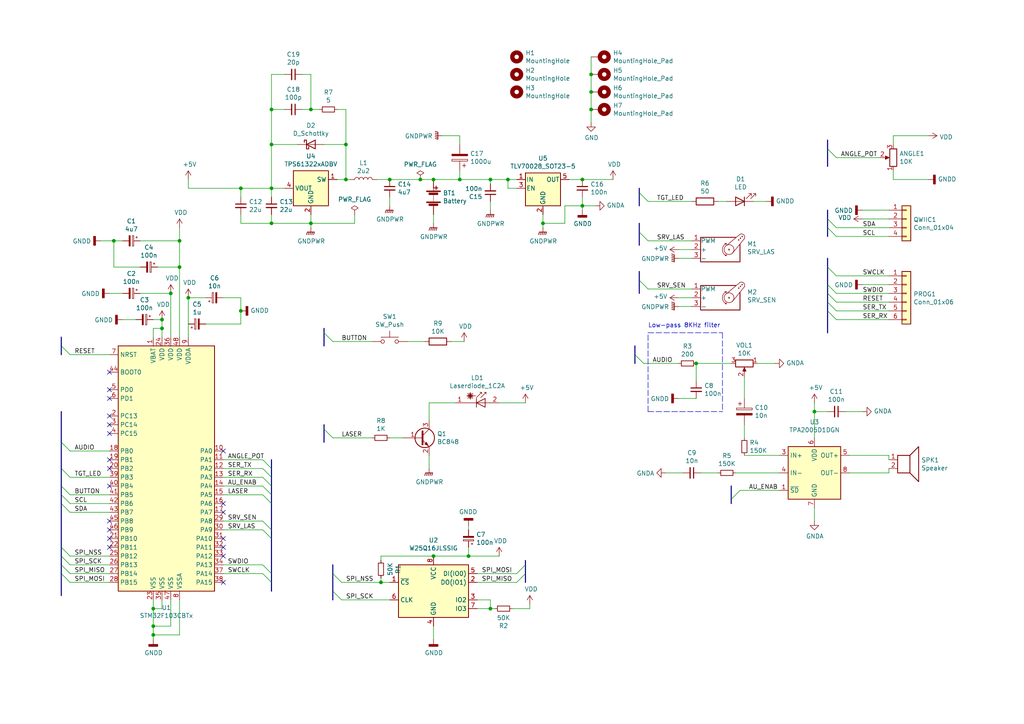
<source format=kicad_sch>
(kicad_sch (version 20211123) (generator eeschema)
  (paper "A4")
  (junction (at 78.74 64.77))
  (junction (at 113.03 52.07))
  (junction (at 44.45 181.61))
  (junction (at 201.93 105.41))
  (junction (at 46.99 92.71))
  (junction (at 69.85 90.17))
  (junction (at 49.53 85.09))
  (junction (at 147.32 52.07))
  (junction (at 78.74 31.75))
  (junction (at 54.61 86.36))
  (junction (at 44.45 176.53))
  (junction (at 125.73 52.07))
  (junction (at 142.24 176.53))
  (junction (at 69.85 54.61))
  (junction (at 171.45 31.75))
  (junction (at 78.74 54.61))
  (junction (at 142.24 52.07))
  (junction (at 236.22 119.38))
  (junction (at 100.33 52.07))
  (junction (at 52.07 69.85))
  (junction (at 46.99 95.25))
  (junction (at 157.48 64.77))
  (junction (at 171.45 21.59))
  (junction (at 100.33 41.91))
  (junction (at 171.45 26.67))
  (junction (at 33.02 69.85))
  (junction (at 168.91 52.07))
  (junction (at 121.92 52.07))
  (junction (at 133.35 52.07))
  (junction (at 135.89 161.29))
  (junction (at 52.07 77.47))
  (junction (at 78.74 41.91))
  (junction (at 90.17 64.77))
  (junction (at 44.45 184.15))
  (junction (at 125.73 161.29))
  (junction (at 168.91 59.69))
  (junction (at 110.49 168.91))
  (junction (at 90.17 31.75))
  (no_connect (at 31.75 151.13))
  (no_connect (at 64.77 161.29))
  (no_connect (at 31.75 107.95))
  (no_connect (at 31.75 113.03))
  (no_connect (at 64.77 168.91))
  (no_connect (at 31.75 133.35))
  (no_connect (at 64.77 146.05))
  (no_connect (at 31.75 125.73))
  (no_connect (at 31.75 156.21))
  (no_connect (at 31.75 135.89))
  (no_connect (at 31.75 153.67))
  (no_connect (at 64.77 158.75))
  (no_connect (at 31.75 140.97))
  (no_connect (at 64.77 148.59))
  (no_connect (at 64.77 156.21))
  (no_connect (at 31.75 120.65))
  (no_connect (at 31.75 115.57))
  (no_connect (at 31.75 123.19))
  (no_connect (at 64.77 130.81))
  (no_connect (at 31.75 158.75))
  (bus_entry (at 17.78 143.51) (size 2.54 2.54))
  (bus_entry (at 17.78 163.83) (size 2.54 2.54))
  (bus_entry (at 17.78 161.29) (size 2.54 2.54))
  (bus_entry (at 240.03 90.17) (size 2.54 2.54))
  (bus_entry (at 184.15 102.87) (size 2.54 2.54))
  (bus_entry (at 185.42 67.31) (size 2.54 2.54))
  (bus_entry (at 76.2 163.83) (size 2.54 2.54))
  (bus_entry (at 17.78 166.37) (size 2.54 2.54))
  (bus_entry (at 149.86 168.91) (size 2.54 -2.54))
  (bus_entry (at 96.52 166.37) (size 2.54 2.54))
  (bus_entry (at 17.78 100.33) (size 2.54 2.54))
  (bus_entry (at 17.78 135.89) (size 2.54 2.54))
  (bus_entry (at 76.2 166.37) (size 2.54 2.54))
  (bus_entry (at 96.52 171.45) (size 2.54 2.54))
  (bus_entry (at 17.78 158.75) (size 2.54 2.54))
  (bus_entry (at 240.03 63.5) (size 2.54 2.54))
  (bus_entry (at 76.2 153.67) (size 2.54 2.54))
  (bus_entry (at 76.2 138.43) (size 2.54 2.54))
  (bus_entry (at 242.57 80.01) (size -2.54 -2.54))
  (bus_entry (at 76.2 140.97) (size 2.54 2.54))
  (bus_entry (at 76.2 135.89) (size 2.54 2.54))
  (bus_entry (at 76.2 151.13) (size 2.54 2.54))
  (bus_entry (at 93.98 124.46) (size 2.54 2.54))
  (bus_entry (at 17.78 146.05) (size 2.54 2.54))
  (bus_entry (at 76.2 133.35) (size 2.54 2.54))
  (bus_entry (at 185.42 81.28) (size 2.54 2.54))
  (bus_entry (at 185.42 55.88) (size 2.54 2.54))
  (bus_entry (at 212.09 144.78) (size 2.54 -2.54))
  (bus_entry (at 76.2 143.51) (size 2.54 2.54))
  (bus_entry (at 242.57 85.09) (size -2.54 -2.54))
  (bus_entry (at 240.03 85.09) (size 2.54 2.54))
  (bus_entry (at 149.86 166.37) (size 2.54 -2.54))
  (bus_entry (at 240.03 66.04) (size 2.54 2.54))
  (bus_entry (at 17.78 128.27) (size 2.54 2.54))
  (bus_entry (at 17.78 140.97) (size 2.54 2.54))
  (bus_entry (at 240.03 87.63) (size 2.54 2.54))
  (bus_entry (at 93.98 96.52) (size 2.54 2.54))
  (bus_entry (at 240.03 43.18) (size 2.54 2.54))
  (bus (pts (xy 17.78 161.29) (xy 17.78 163.83)))
  (wire (pts (xy 69.85 86.36) (xy 69.85 90.17)))
  (wire (pts (xy 64.77 166.37) (xy 76.2 166.37)))
  (wire (pts (xy 44.45 173.99) (xy 44.45 176.53)))
  (bus (pts (xy 17.78 119.38) (xy 17.78 128.27)))
  (wire (pts (xy 142.24 173.99) (xy 142.24 176.53)))
  (wire (pts (xy 102.87 64.77) (xy 102.87 62.23)))
  (wire (pts (xy 240.03 119.38) (xy 236.22 119.38)))
  (wire (pts (xy 78.74 41.91) (xy 78.74 54.61)))
  (wire (pts (xy 138.43 176.53) (xy 142.24 176.53)))
  (wire (pts (xy 69.85 62.23) (xy 69.85 64.77)))
  (wire (pts (xy 165.1 52.07) (xy 168.91 52.07)))
  (wire (pts (xy 54.61 86.36) (xy 54.61 97.79)))
  (wire (pts (xy 246.38 132.08) (xy 257.81 132.08)))
  (wire (pts (xy 236.22 116.84) (xy 236.22 119.38)))
  (wire (pts (xy 20.32 148.59) (xy 31.75 148.59)))
  (wire (pts (xy 20.32 166.37) (xy 31.75 166.37)))
  (polyline (pts (xy 187.96 119.38) (xy 209.55 119.38)))
  (wire (pts (xy 35.56 85.09) (xy 31.75 85.09)))
  (wire (pts (xy 100.33 31.75) (xy 100.33 41.91)))
  (wire (pts (xy 171.45 16.51) (xy 171.45 21.59)))
  (wire (pts (xy 90.17 31.75) (xy 87.63 31.75)))
  (wire (pts (xy 64.77 86.36) (xy 69.85 86.36)))
  (wire (pts (xy 171.45 26.67) (xy 171.45 31.75)))
  (wire (pts (xy 69.85 64.77) (xy 78.74 64.77)))
  (wire (pts (xy 99.06 168.91) (xy 110.49 168.91)))
  (wire (pts (xy 99.06 173.99) (xy 113.03 173.99)))
  (wire (pts (xy 78.74 62.23) (xy 78.74 64.77)))
  (wire (pts (xy 125.73 52.07) (xy 133.35 52.07)))
  (wire (pts (xy 86.36 41.91) (xy 78.74 41.91)))
  (wire (pts (xy 250.19 60.96) (xy 257.81 60.96)))
  (bus (pts (xy 78.74 168.91) (xy 78.74 171.45)))
  (bus (pts (xy 78.74 140.97) (xy 78.74 143.51)))
  (wire (pts (xy 90.17 64.77) (xy 102.87 64.77)))
  (bus (pts (xy 152.4 163.83) (xy 152.4 166.37)))
  (bus (pts (xy 93.98 95.25) (xy 93.98 96.52)))
  (bus (pts (xy 185.42 78.74) (xy 185.42 81.28)))
  (bus (pts (xy 96.52 171.45) (xy 96.52 173.99)))
  (wire (pts (xy 257.81 68.58) (xy 242.57 68.58)))
  (wire (pts (xy 215.9 115.57) (xy 215.9 109.22)))
  (wire (pts (xy 78.74 31.75) (xy 78.74 21.59)))
  (bus (pts (xy 17.78 140.97) (xy 17.78 143.51)))
  (bus (pts (xy 152.4 162.56) (xy 152.4 163.83)))
  (wire (pts (xy 20.32 102.87) (xy 31.75 102.87)))
  (wire (pts (xy 171.45 31.75) (xy 171.45 35.56)))
  (wire (pts (xy 52.07 173.99) (xy 52.07 184.15)))
  (wire (pts (xy 250.19 119.38) (xy 245.11 119.38)))
  (bus (pts (xy 240.03 87.63) (xy 240.03 90.17)))
  (wire (pts (xy 44.45 184.15) (xy 44.45 185.42)))
  (wire (pts (xy 49.53 181.61) (xy 44.45 181.61)))
  (wire (pts (xy 82.55 31.75) (xy 78.74 31.75)))
  (wire (pts (xy 33.02 69.85) (xy 29.21 69.85)))
  (wire (pts (xy 142.24 176.53) (xy 143.51 176.53)))
  (wire (pts (xy 219.71 105.41) (xy 224.79 105.41)))
  (bus (pts (xy 17.78 135.89) (xy 17.78 140.97)))
  (wire (pts (xy 113.03 57.15) (xy 113.03 59.69)))
  (wire (pts (xy 257.81 132.08) (xy 257.81 133.35)))
  (bus (pts (xy 96.52 166.37) (xy 96.52 171.45)))
  (bus (pts (xy 240.03 85.09) (xy 240.03 87.63)))
  (wire (pts (xy 153.67 176.53) (xy 153.67 175.26)))
  (wire (pts (xy 97.79 52.07) (xy 100.33 52.07)))
  (bus (pts (xy 17.78 128.27) (xy 17.78 135.89)))
  (wire (pts (xy 44.45 176.53) (xy 44.45 181.61)))
  (wire (pts (xy 257.81 87.63) (xy 242.57 87.63)))
  (wire (pts (xy 52.07 77.47) (xy 52.07 97.79)))
  (wire (pts (xy 157.48 62.23) (xy 157.48 64.77)))
  (wire (pts (xy 133.35 49.53) (xy 133.35 52.07)))
  (wire (pts (xy 259.08 52.07) (xy 269.24 52.07)))
  (wire (pts (xy 142.24 53.34) (xy 142.24 52.07)))
  (wire (pts (xy 52.07 69.85) (xy 40.64 69.85)))
  (wire (pts (xy 135.89 152.4) (xy 135.89 153.67)))
  (wire (pts (xy 226.06 142.24) (xy 214.63 142.24)))
  (wire (pts (xy 142.24 60.96) (xy 142.24 58.42)))
  (wire (pts (xy 31.75 143.51) (xy 20.32 143.51)))
  (bus (pts (xy 184.15 100.33) (xy 184.15 102.87)))
  (bus (pts (xy 17.78 97.79) (xy 17.78 100.33)))
  (bus (pts (xy 240.03 66.04) (xy 240.03 68.58)))
  (wire (pts (xy 201.93 105.41) (xy 212.09 105.41)))
  (wire (pts (xy 144.78 116.84) (xy 152.4 116.84)))
  (wire (pts (xy 54.61 54.61) (xy 54.61 52.07)))
  (wire (pts (xy 149.86 54.61) (xy 147.32 54.61)))
  (bus (pts (xy 152.4 166.37) (xy 152.4 168.91)))
  (wire (pts (xy 208.28 58.42) (xy 210.82 58.42)))
  (bus (pts (xy 17.78 100.33) (xy 17.78 102.87)))
  (wire (pts (xy 90.17 62.23) (xy 90.17 64.77)))
  (wire (pts (xy 109.22 52.07) (xy 113.03 52.07)))
  (wire (pts (xy 64.77 153.67) (xy 76.2 153.67)))
  (wire (pts (xy 201.93 115.57) (xy 196.85 115.57)))
  (wire (pts (xy 187.96 69.85) (xy 200.66 69.85)))
  (wire (pts (xy 90.17 64.77) (xy 90.17 66.04)))
  (wire (pts (xy 54.61 86.36) (xy 59.69 86.36)))
  (wire (pts (xy 49.53 173.99) (xy 49.53 181.61)))
  (polyline (pts (xy 187.96 119.38) (xy 187.96 96.52)))
  (wire (pts (xy 69.85 54.61) (xy 78.74 54.61)))
  (wire (pts (xy 147.32 54.61) (xy 147.32 52.07)))
  (wire (pts (xy 168.91 59.69) (xy 163.83 59.69)))
  (wire (pts (xy 92.71 31.75) (xy 90.17 31.75)))
  (wire (pts (xy 20.32 138.43) (xy 31.75 138.43)))
  (bus (pts (xy 78.74 135.89) (xy 78.74 138.43)))
  (wire (pts (xy 100.33 41.91) (xy 100.33 52.07)))
  (wire (pts (xy 90.17 21.59) (xy 90.17 31.75)))
  (wire (pts (xy 113.03 127) (xy 116.84 127)))
  (wire (pts (xy 168.91 59.69) (xy 168.91 60.96)))
  (wire (pts (xy 96.52 99.06) (xy 107.95 99.06)))
  (wire (pts (xy 236.22 119.38) (xy 236.22 127)))
  (wire (pts (xy 196.85 86.36) (xy 200.66 86.36)))
  (wire (pts (xy 44.45 95.25) (xy 46.99 95.25)))
  (bus (pts (xy 96.52 163.83) (xy 96.52 166.37)))
  (wire (pts (xy 196.85 74.93) (xy 200.66 74.93)))
  (wire (pts (xy 236.22 147.32) (xy 236.22 151.13)))
  (wire (pts (xy 124.46 132.08) (xy 124.46 135.89)))
  (wire (pts (xy 69.85 90.17) (xy 69.85 93.98)))
  (bus (pts (xy 17.78 158.75) (xy 17.78 161.29)))
  (wire (pts (xy 49.53 97.79) (xy 49.53 85.09)))
  (bus (pts (xy 17.78 146.05) (xy 17.78 158.75)))
  (wire (pts (xy 52.07 77.47) (xy 52.07 69.85)))
  (wire (pts (xy 138.43 168.91) (xy 149.86 168.91)))
  (wire (pts (xy 20.32 146.05) (xy 31.75 146.05)))
  (bus (pts (xy 240.03 60.96) (xy 240.03 63.5)))
  (bus (pts (xy 78.74 146.05) (xy 78.74 153.67)))
  (wire (pts (xy 133.35 52.07) (xy 142.24 52.07)))
  (wire (pts (xy 201.93 105.41) (xy 201.93 110.49)))
  (wire (pts (xy 257.81 90.17) (xy 242.57 90.17)))
  (wire (pts (xy 163.83 59.69) (xy 163.83 64.77)))
  (bus (pts (xy 184.15 102.87) (xy 184.15 105.41)))
  (wire (pts (xy 187.96 58.42) (xy 200.66 58.42)))
  (wire (pts (xy 135.89 161.29) (xy 135.89 158.75)))
  (wire (pts (xy 124.46 116.84) (xy 132.08 116.84)))
  (wire (pts (xy 54.61 54.61) (xy 69.85 54.61)))
  (wire (pts (xy 168.91 52.07) (xy 177.8 52.07)))
  (wire (pts (xy 82.55 54.61) (xy 78.74 54.61)))
  (wire (pts (xy 52.07 69.85) (xy 52.07 66.04)))
  (wire (pts (xy 113.03 52.07) (xy 121.92 52.07)))
  (wire (pts (xy 97.79 31.75) (xy 100.33 31.75)))
  (wire (pts (xy 186.69 105.41) (xy 196.85 105.41)))
  (bus (pts (xy 185.42 67.31) (xy 185.42 71.12)))
  (bus (pts (xy 185.42 64.77) (xy 185.42 67.31)))
  (wire (pts (xy 130.81 99.06) (xy 134.62 99.06)))
  (wire (pts (xy 242.57 45.72) (xy 255.27 45.72)))
  (wire (pts (xy 118.11 99.06) (xy 123.19 99.06)))
  (wire (pts (xy 121.92 52.07) (xy 125.73 52.07)))
  (wire (pts (xy 257.81 66.04) (xy 242.57 66.04)))
  (wire (pts (xy 100.33 52.07) (xy 101.6 52.07)))
  (wire (pts (xy 124.46 121.92) (xy 124.46 116.84)))
  (wire (pts (xy 110.49 162.56) (xy 110.49 161.29)))
  (wire (pts (xy 157.48 64.77) (xy 157.48 66.04)))
  (wire (pts (xy 64.77 133.35) (xy 76.2 133.35)))
  (wire (pts (xy 46.99 176.53) (xy 44.45 176.53)))
  (bus (pts (xy 78.74 143.51) (xy 78.74 146.05)))
  (wire (pts (xy 148.59 176.53) (xy 153.67 176.53)))
  (wire (pts (xy 250.19 63.5) (xy 257.81 63.5)))
  (bus (pts (xy 93.98 123.19) (xy 93.98 124.46)))
  (wire (pts (xy 196.85 72.39) (xy 200.66 72.39)))
  (wire (pts (xy 257.81 135.89) (xy 257.81 137.16)))
  (bus (pts (xy 17.78 163.83) (xy 17.78 166.37)))
  (wire (pts (xy 257.81 92.71) (xy 242.57 92.71)))
  (bus (pts (xy 240.03 77.47) (xy 240.03 82.55)))
  (wire (pts (xy 78.74 31.75) (xy 78.74 41.91)))
  (wire (pts (xy 171.45 21.59) (xy 171.45 26.67)))
  (bus (pts (xy 185.42 54.61) (xy 185.42 55.88)))
  (wire (pts (xy 168.91 57.15) (xy 168.91 59.69)))
  (polyline (pts (xy 209.55 96.52) (xy 209.55 119.38)))
  (wire (pts (xy 257.81 85.09) (xy 242.57 85.09)))
  (wire (pts (xy 20.32 161.29) (xy 31.75 161.29)))
  (bus (pts (xy 212.09 144.78) (xy 212.09 146.05)))
  (wire (pts (xy 242.57 80.01) (xy 257.81 80.01)))
  (wire (pts (xy 257.81 137.16) (xy 246.38 137.16)))
  (bus (pts (xy 78.74 153.67) (xy 78.74 156.21)))
  (wire (pts (xy 87.63 21.59) (xy 90.17 21.59)))
  (wire (pts (xy 52.07 184.15) (xy 44.45 184.15)))
  (wire (pts (xy 138.43 166.37) (xy 149.86 166.37)))
  (wire (pts (xy 250.19 82.55) (xy 257.81 82.55)))
  (wire (pts (xy 20.32 163.83) (xy 31.75 163.83)))
  (wire (pts (xy 44.45 181.61) (xy 44.45 184.15)))
  (bus (pts (xy 17.78 166.37) (xy 17.78 172.72)))
  (wire (pts (xy 78.74 21.59) (xy 82.55 21.59)))
  (wire (pts (xy 78.74 54.61) (xy 78.74 57.15)))
  (bus (pts (xy 240.03 90.17) (xy 240.03 96.52)))
  (wire (pts (xy 44.45 97.79) (xy 44.45 95.25)))
  (wire (pts (xy 64.77 151.13) (xy 76.2 151.13)))
  (wire (pts (xy 35.56 92.71) (xy 39.37 92.71)))
  (wire (pts (xy 125.73 181.61) (xy 125.73 185.42)))
  (wire (pts (xy 269.24 39.37) (xy 259.08 39.37)))
  (polyline (pts (xy 187.96 96.52) (xy 209.55 96.52)))
  (wire (pts (xy 125.73 161.29) (xy 135.89 161.29)))
  (bus (pts (xy 93.98 96.52) (xy 93.98 100.33)))
  (bus (pts (xy 93.98 124.46) (xy 93.98 128.27)))
  (bus (pts (xy 78.74 133.35) (xy 78.74 135.89)))
  (wire (pts (xy 259.08 49.53) (xy 259.08 52.07)))
  (wire (pts (xy 64.77 135.89) (xy 76.2 135.89)))
  (wire (pts (xy 64.77 140.97) (xy 76.2 140.97)))
  (wire (pts (xy 93.98 41.91) (xy 100.33 41.91)))
  (wire (pts (xy 187.96 83.82) (xy 200.66 83.82)))
  (bus (pts (xy 240.03 40.64) (xy 240.03 43.18)))
  (bus (pts (xy 185.42 81.28) (xy 185.42 85.09)))
  (wire (pts (xy 52.07 77.47) (xy 45.72 77.47)))
  (wire (pts (xy 198.12 137.16) (xy 193.04 137.16)))
  (wire (pts (xy 138.43 173.99) (xy 142.24 173.99)))
  (wire (pts (xy 46.99 97.79) (xy 46.99 95.25)))
  (wire (pts (xy 110.49 161.29) (xy 125.73 161.29)))
  (wire (pts (xy 46.99 92.71) (xy 44.45 92.71)))
  (wire (pts (xy 133.35 39.37) (xy 133.35 41.91)))
  (wire (pts (xy 64.77 138.43) (xy 76.2 138.43)))
  (wire (pts (xy 96.52 127) (xy 107.95 127)))
  (wire (pts (xy 147.32 52.07) (xy 149.86 52.07)))
  (wire (pts (xy 46.99 173.99) (xy 46.99 176.53)))
  (wire (pts (xy 125.73 62.23) (xy 125.73 64.77)))
  (wire (pts (xy 46.99 95.25) (xy 46.99 92.71)))
  (wire (pts (xy 163.83 64.77) (xy 157.48 64.77)))
  (wire (pts (xy 59.69 93.98) (xy 69.85 93.98)))
  (bus (pts (xy 185.42 55.88) (xy 185.42 59.69)))
  (wire (pts (xy 128.27 39.37) (xy 133.35 39.37)))
  (bus (pts (xy 78.74 138.43) (xy 78.74 140.97)))
  (wire (pts (xy 208.28 137.16) (xy 203.2 137.16)))
  (wire (pts (xy 64.77 143.51) (xy 76.2 143.51)))
  (bus (pts (xy 240.03 74.93) (xy 240.03 77.47)))
  (wire (pts (xy 64.77 163.83) (xy 76.2 163.83)))
  (wire (pts (xy 35.56 69.85) (xy 33.02 69.85)))
  (wire (pts (xy 226.06 132.08) (xy 215.9 132.08)))
  (wire (pts (xy 33.02 77.47) (xy 33.02 69.85)))
  (wire (pts (xy 196.85 88.9) (xy 200.66 88.9)))
  (bus (pts (xy 240.03 43.18) (xy 240.03 48.26)))
  (wire (pts (xy 20.32 130.81) (xy 31.75 130.81)))
  (bus (pts (xy 240.03 82.55) (xy 240.03 85.09)))
  (wire (pts (xy 69.85 57.15) (xy 69.85 54.61)))
  (wire (pts (xy 78.74 64.77) (xy 90.17 64.77)))
  (bus (pts (xy 240.03 63.5) (xy 240.03 66.04)))
  (bus (pts (xy 78.74 166.37) (xy 78.74 168.91)))
  (wire (pts (xy 259.08 39.37) (xy 259.08 41.91)))
  (bus (pts (xy 212.09 140.97) (xy 212.09 144.78)))
  (wire (pts (xy 40.64 77.47) (xy 33.02 77.47)))
  (wire (pts (xy 215.9 123.19) (xy 215.9 127)))
  (wire (pts (xy 110.49 168.91) (xy 110.49 167.64)))
  (wire (pts (xy 142.24 52.07) (xy 147.32 52.07)))
  (wire (pts (xy 20.32 168.91) (xy 31.75 168.91)))
  (wire (pts (xy 49.53 85.09) (xy 40.64 85.09)))
  (bus (pts (xy 78.74 156.21) (xy 78.74 166.37)))
  (bus (pts (xy 17.78 143.51) (xy 17.78 146.05)))
  (wire (pts (xy 135.89 161.29) (xy 144.78 161.29)))
  (wire (pts (xy 213.36 137.16) (xy 226.06 137.16)))
  (wire (pts (xy 218.44 58.42) (xy 222.25 58.42)))
  (wire (pts (xy 168.91 59.69) (xy 172.72 59.69)))
  (wire (pts (xy 113.03 168.91) (xy 110.49 168.91)))
  (text "Low-pass 8KHz filter" (at 187.96 95.25 0) (effects (font (size 1.27 1.27)) (justify left bottom)))
  (label "AUDIO" (at 21.59 130.81 0))
  (label "SWCLK" (at 66.04 166.37 0))
  (label "RESET" (at 21.59 102.87 0))
  (label "SWDIO" (at 250.19 85.09 0))
  (label "SPI_MOSI" (at 21.59 168.91 0))
  (label "TGT_LED" (at 21.59 138.43 0))
  (label "ANGLE_POT" (at 243.84 45.72 0))
  (label "SDA" (at 21.59 148.59 0))
  (label "SER_RX" (at 66.04 138.43 0))
  (label "ANGLE_POT" (at 66.04 133.35 0))
  (label "SRV_SEN" (at 66.04 151.13 0))
  (label "BUTTON" (at 99.06 99.06 0))
  (label "AU_ENAB" (at 66.04 140.97 0))
  (label "TGT_LED" (at 190.5 58.42 0))
  (label "SPI_MISO" (at 21.59 166.37 0))
  (label "SER_TX" (at 66.04 135.89 0))
  (label "SRV_LAS" (at 66.04 153.67 0))
  (label "SPI_NSS" (at 21.59 161.29 0))
  (label "BUTTON" (at 21.59 143.51 0))
  (label "SCL" (at 21.59 146.05 0))
  (label "LASER" (at 66.04 143.51 0))
  (label "LASER" (at 99.06 127 0))
  (label "AUDIO" (at 189.23 105.41 0))
  (label "SPI_SCK" (at 21.59 163.83 0))
  (label "SDA" (at 250.19 66.04 0))
  (label "SRV_LAS" (at 190.5 69.85 0))
  (label "SPI_MISO" (at 139.7 168.91 0))
  (label "AU_ENAB" (at 217.17 142.24 0))
  (label "SPI_NSS" (at 100.33 168.91 0))
  (label "SPI_SCK" (at 100.33 173.99 0))
  (label "SWCLK" (at 250.19 80.01 0))
  (label "SWDIO" (at 66.04 163.83 0))
  (label "SCL" (at 250.19 68.58 0))
  (label "SPI_MOSI" (at 139.7 166.37 0))
  (label "SER_RX" (at 250.19 92.71 0))
  (label "RESET" (at 250.19 87.63 0))
  (label "SRV_SEN" (at 190.5 83.82 0))
  (label "SER_TX" (at 250.19 90.17 0))
  (symbol (lib_id "MCU_ST_STM32F1:STM32F103CBTx") (at 49.53 135.89 0) (unit 1)
    (property "Reference" "U1" (at 48.26 176.2506 0))
    (property "Value" "STM32F103CBTx" (at 48.26 178.562 0))
    (property "Footprint" "Package_QFP:LQFP-48_7x7mm_P0.5mm" (effects hide))
    (property "Datasheet" "http://www.st.com/st-web-ui/static/active/en/resource/technical/document/datasheet/CD00161566.pdf" (effects hide))
  )
  (symbol (lib_id "power:GNDD") (at 44.45 185.42 0) (unit 1)
    (property "Reference" "#PWR04" (effects hide))
    (property "Value" "GNDD" (at 44.5516 189.357 0))
  )
  (symbol (lib_id "Device:C_Polarized_Small") (at 57.15 93.98 90) (unit 1)
    (property "Reference" "C5" (at 57.15 88.265 90))
    (property "Value" "1u" (at 57.15 90.5764 90))
    (property "Footprint" "Capacitor_SMD:C_0402_1005Metric" (effects hide))
  )
  (symbol (lib_id "Device:C_Polarized_Small") (at 62.23 86.36 90) (unit 1)
    (property "Reference" "C6" (at 62.23 80.645 90))
    (property "Value" "10n" (at 62.23 82.9564 90))
    (property "Footprint" "Capacitor_SMD:C_0402_1005Metric" (effects hide))
  )
  (symbol (lib_id "Custom_IC:TPA2005D1DGN") (at 236.22 137.16 0) (unit 1)
    (property "Reference" "U3" (at 236.22 122.4026 0))
    (property "Value" "TPA2005D1DGN" (at 236.22 124.714 0))
    (property "Footprint" "Custom_IC:TI_VSSOP-PowerPAD-8_3.0x3.0mm_P0.65mm_ThermalVias" (effects hide))
    (property "Datasheet" "https://www.ti.com/lit/ds/symlink/tpa2005d1.pdf" (effects hide))
  )
  (symbol (lib_id "Device:Speaker") (at 262.89 133.35 0) (unit 1)
    (property "Reference" "SPK1" (at 267.208 133.4516 0) (effects (justify left)))
    (property "Value" "Speaker" (at 267.208 135.763 0) (effects (justify left)))
    (property "Footprint" "Connector_Molex:Molex_KK-254_AE-6410-02A_1x02_P2.54mm_Vertical" (effects hide))
  )
  (symbol (lib_id "Device:C_Polarized_Small") (at 41.91 92.71 270) (unit 1)
    (property "Reference" "C3" (at 41.91 86.995 90))
    (property "Value" "100n" (at 41.91 89.3064 90))
    (property "Footprint" "Capacitor_SMD:C_0402_1005Metric" (effects hide))
  )
  (symbol (lib_id "Device:R_Potentiometer") (at 259.08 45.72 180) (unit 1)
    (property "Reference" "ANGLE1" (at 260.858 44.5516 0) (effects (justify right)))
    (property "Value" "10K" (at 260.858 46.863 0) (effects (justify right)))
    (property "Footprint" "Connector_Molex:Molex_KK-254_AE-6410-03A_1x03_P2.54mm_Vertical" (effects hide))
  )
  (symbol (lib_id "Device:C_Small") (at 242.57 119.38 270) (unit 1)
    (property "Reference" "C11" (at 242.57 113.5634 90))
    (property "Value" "100n" (at 242.57 115.8748 90))
    (property "Footprint" "Capacitor_SMD:C_0402_1005Metric" (effects hide))
  )
  (symbol (lib_id "power:GNDA") (at 250.19 119.38 90) (unit 1)
    (property "Reference" "#PWR025" (effects hide))
    (property "Value" "GNDA" (at 253.4412 119.253 90) (effects (justify right)))
  )
  (symbol (lib_id "power:GNDA") (at 236.22 151.13 0) (unit 1)
    (property "Reference" "#PWR021" (effects hide))
    (property "Value" "GNDA" (at 236.347 155.5242 0))
  )
  (symbol (lib_id "power:GNDD") (at 269.24 52.07 90) (unit 1)
    (property "Reference" "#PWR027" (effects hide))
    (property "Value" "GNDD" (at 272.034 51.9684 90) (effects (justify right)))
  )
  (symbol (lib_id "Device:C_Polarized_Small") (at 38.1 85.09 270) (unit 1)
    (property "Reference" "C2" (at 38.1 79.375 90))
    (property "Value" "100n" (at 38.1 81.6864 90))
    (property "Footprint" "Capacitor_SMD:C_0402_1005Metric" (effects hide))
  )
  (symbol (lib_id "Device:C_Polarized_Small") (at 43.18 77.47 270) (unit 1)
    (property "Reference" "C4" (at 43.18 71.755 90))
    (property "Value" "100n" (at 43.18 74.0664 90))
    (property "Footprint" "Capacitor_SMD:C_0402_1005Metric" (effects hide))
  )
  (symbol (lib_id "Device:C_Polarized_Small") (at 38.1 69.85 270) (unit 1)
    (property "Reference" "C1" (at 38.1 64.135 90))
    (property "Value" "4u7" (at 38.1 66.4464 90))
    (property "Footprint" "Capacitor_SMD:C_0402_1005Metric" (effects hide))
  )
  (symbol (lib_id "power:GNDD") (at 35.56 92.71 270) (unit 1)
    (property "Reference" "#PWR03" (effects hide))
    (property "Value" "GNDD" (at 32.766 92.8116 90) (effects (justify right)))
  )
  (symbol (lib_id "Device:C_Small") (at 200.66 137.16 270) (unit 1)
    (property "Reference" "C9" (at 200.66 131.3434 90))
    (property "Value" "10n" (at 200.66 133.6548 90))
    (property "Footprint" "Capacitor_SMD:C_0402_1005Metric" (effects hide))
  )
  (symbol (lib_id "power:GNDA") (at 193.04 137.16 270) (unit 1)
    (property "Reference" "#PWR018" (effects hide))
    (property "Value" "GNDA" (at 189.8142 137.287 90) (effects (justify right)))
  )
  (symbol (lib_id "Device:R_Small") (at 215.9 129.54 0) (unit 1)
    (property "Reference" "R4" (at 217.3986 128.3716 0) (effects (justify left)))
    (property "Value" "150K" (at 217.3986 130.683 0) (effects (justify left)))
    (property "Footprint" "Resistor_SMD:R_0402_1005Metric" (effects hide))
  )
  (symbol (lib_id "Device:C_Small") (at 201.93 113.03 0) (unit 1)
    (property "Reference" "C8" (at 204.2668 111.8616 0) (effects (justify left)))
    (property "Value" "100n" (at 204.2668 114.173 0) (effects (justify left)))
    (property "Footprint" "Capacitor_SMD:C_0402_1005Metric" (effects hide))
  )
  (symbol (lib_id "Device:R_Small") (at 199.39 105.41 90) (unit 1)
    (property "Reference" "R3" (at 199.39 100.4316 90))
    (property "Value" "200" (at 199.39 102.743 90))
    (property "Footprint" "Resistor_SMD:R_0402_1005Metric" (effects hide))
  )
  (symbol (lib_id "power:GNDD") (at 196.85 115.57 270) (unit 1)
    (property "Reference" "#PWR017" (effects hide))
    (property "Value" "GNDD" (at 194.056 115.6716 90) (effects (justify right)))
  )
  (symbol (lib_id "power:GNDD") (at 250.19 82.55 270) (unit 1)
    (property "Reference" "#PWR024" (effects hide))
    (property "Value" "GNDD" (at 247.396 82.6516 90) (effects (justify right)))
  )
  (symbol (lib_id "Device:R_Potentiometer") (at 215.9 105.41 270) (unit 1)
    (property "Reference" "VOL1" (at 215.9 100.1522 90))
    (property "Value" "10K" (at 215.9 102.4636 90))
    (property "Footprint" "Connector_Molex:Molex_KK-254_AE-6410-03A_1x03_P2.54mm_Vertical" (effects hide))
  )
  (symbol (lib_id "Device:C_Polarized") (at 215.9 119.38 0) (unit 1)
    (property "Reference" "C10" (at 218.8972 118.2116 0) (effects (justify left)))
    (property "Value" "10n" (at 218.8972 120.523 0) (effects (justify left)))
    (property "Footprint" "Capacitor_SMD:C_0402_1005Metric" (effects hide))
  )
  (symbol (lib_id "power:GNDA") (at 224.79 105.41 90) (unit 1)
    (property "Reference" "#PWR019" (effects hide))
    (property "Value" "GNDA" (at 228.0412 105.283 90) (effects (justify right)))
  )
  (symbol (lib_id "power:GNDD") (at 250.19 60.96 270) (unit 1)
    (property "Reference" "#PWR022" (effects hide))
    (property "Value" "GNDD" (at 247.396 61.0616 90) (effects (justify right)))
  )
  (symbol (lib_id "Device:R") (at 204.47 58.42 270) (unit 1)
    (property "Reference" "R6" (at 204.47 53.1622 90))
    (property "Value" "50" (at 204.47 55.4736 90))
    (property "Footprint" "Resistor_SMD:R_0402_1005Metric" (effects hide))
  )
  (symbol (lib_id "power:+5V") (at 236.22 116.84 0) (unit 1)
    (property "Reference" "#PWR020" (effects hide))
    (property "Value" "+5V" (at 236.601 112.4458 0))
  )
  (symbol (lib_id "Device:R_Small") (at 210.82 137.16 270) (unit 1)
    (property "Reference" "R5" (at 210.82 132.1816 90))
    (property "Value" "150K" (at 210.82 134.493 90))
    (property "Footprint" "Resistor_SMD:R_0402_1005Metric" (effects hide))
  )
  (symbol (lib_id "power:+5V") (at 196.85 72.39 90) (unit 1)
    (property "Reference" "#PWR0105" (effects hide))
    (property "Value" "+5V" (at 193.5988 72.009 90) (effects (justify left)))
  )
  (symbol (lib_id "power:+5V") (at 196.85 86.36 90) (unit 1)
    (property "Reference" "#PWR0106" (effects hide))
    (property "Value" "+5V" (at 193.5988 85.979 90) (effects (justify left)))
  )
  (symbol (lib_id "power:GNDD") (at 31.75 85.09 270) (unit 1)
    (property "Reference" "#PWR02" (effects hide))
    (property "Value" "GNDD" (at 28.956 85.1916 90) (effects (justify right)))
  )
  (symbol (lib_id "Custom_IC:TPS61322xADBV") (at 90.17 54.61 0) (unit 1)
    (property "Reference" "U4" (at 90.17 45.2882 0))
    (property "Value" "TPS61322xADBV" (at 90.17 47.5996 0))
    (property "Footprint" "Package_TO_SOT_SMD:SOT-23-5" (effects hide))
    (property "Datasheet" "http://www.ti.com/lit/ds/symlink/tps61322.pdf" (effects hide))
  )
  (symbol (lib_id "power:GNDPWR") (at 90.17 66.04 0) (unit 1)
    (property "Reference" "#PWR030" (effects hide))
    (property "Value" "GNDPWR" (at 90.2716 69.9516 0))
  )
  (symbol (lib_id "power:GNDPWR") (at 113.03 59.69 0) (unit 1)
    (property "Reference" "#PWR031" (effects hide))
    (property "Value" "GNDPWR" (at 113.1316 63.6016 0))
  )
  (symbol (lib_id "Device:C_Small") (at 78.74 59.69 0) (unit 1)
    (property "Reference" "C13" (at 81.0768 58.5216 0) (effects (justify left)))
    (property "Value" "22u" (at 81.0768 60.833 0) (effects (justify left)))
    (property "Footprint" "Capacitor_SMD:C_0603_1608Metric" (effects hide))
    (property "ESR" "3.71 mOhm" (effects hide))
  )
  (symbol (lib_id "Device:C_Small") (at 69.85 59.69 0) (unit 1)
    (property "Reference" "C12" (at 72.1868 58.5216 0) (effects (justify left)))
    (property "Value" "22u" (at 72.1868 60.833 0) (effects (justify left)))
    (property "Footprint" "Capacitor_SMD:C_0603_1608Metric" (effects hide))
    (property "ESR" "3.71 mOhm" (effects hide))
  )
  (symbol (lib_id "Device:L") (at 105.41 52.07 90) (unit 1)
    (property "Reference" "L1" (at 105.41 47.244 90))
    (property "Value" "2u2" (at 105.41 49.5554 90))
    (property "Footprint" "Inductor_SMD:L_1008_2520Metric" (effects hide))
    (property "Resistance" "180 mOhm" (effects hide))
  )
  (symbol (lib_id "Device:C_Small") (at 113.03 54.61 0) (unit 1)
    (property "Reference" "C14" (at 115.3668 53.4416 0) (effects (justify left)))
    (property "Value" "4u7" (at 115.3668 55.753 0) (effects (justify left)))
    (property "Footprint" "Capacitor_SMD:C_0402_1005Metric" (effects hide))
    (property "ESR" "3.728 mOhm" (effects hide))
  )
  (symbol (lib_id "power:PWR_FLAG") (at 102.87 62.23 0) (unit 1)
    (property "Reference" "#FLG0102" (effects hide))
    (property "Value" "PWR_FLAG" (at 102.87 57.8358 0))
  )
  (symbol (lib_id "Device:C_Small") (at 142.24 55.88 180) (unit 1)
    (property "Reference" "C15" (at 139.9032 57.0484 0) (effects (justify left)))
    (property "Value" "100n" (at 139.9032 54.737 0) (effects (justify left)))
    (property "Footprint" "Capacitor_SMD:C_0402_1005Metric" (effects hide))
  )
  (symbol (lib_id "Custom_IC:TLV70028_SOT23-5") (at 157.48 54.61 0) (unit 1)
    (property "Reference" "U5" (at 157.48 45.9232 0))
    (property "Value" "TLV70028_SOT23-5" (at 157.48 48.2346 0))
    (property "Footprint" "Package_TO_SOT_SMD:SOT-23-5" (effects hide))
    (property "Datasheet" "http://www.ti.com/lit/ds/symlink/tlv700.pdf" (effects hide))
  )
  (symbol (lib_id "Device:C_Small") (at 168.91 54.61 0) (unit 1)
    (property "Reference" "C16" (at 171.2468 53.4416 0) (effects (justify left)))
    (property "Value" "100n" (at 171.2468 55.753 0) (effects (justify left)))
    (property "Footprint" "Capacitor_SMD:C_0402_1005Metric" (effects hide))
  )
  (symbol (lib_id "power:VDD") (at 177.8 52.07 0) (unit 1)
    (property "Reference" "#PWR035" (effects hide))
    (property "Value" "VDD" (at 178.181 47.6758 0))
  )
  (symbol (lib_id "power:GNDPWR") (at 157.48 66.04 0) (unit 1)
    (property "Reference" "#PWR033" (effects hide))
    (property "Value" "GNDPWR" (at 157.5816 69.9516 0))
  )
  (symbol (lib_id "power:GNDPWR") (at 142.24 60.96 0) (unit 1)
    (property "Reference" "#PWR032" (effects hide))
    (property "Value" "GNDPWR" (at 142.3416 64.8716 0))
  )
  (symbol (lib_id "Device:LED") (at 214.63 58.42 180) (unit 1)
    (property "Reference" "D1" (at 214.8078 51.943 0))
    (property "Value" "LED" (at 214.8078 54.2544 0))
    (property "Footprint" "LED_SMD:LED_0805_2012Metric" (effects hide))
  )
  (symbol (lib_id "power:GNDD") (at 222.25 58.42 90) (unit 1)
    (property "Reference" "#PWR029" (effects hide))
    (property "Value" "GNDD" (at 225.044 58.3184 90) (effects (justify right)))
  )
  (symbol (lib_id "Device:Battery") (at 125.73 57.15 0) (unit 1)
    (property "Reference" "BT1" (at 128.4732 55.9816 0) (effects (justify left)))
    (property "Value" "Battery" (at 128.4732 58.293 0) (effects (justify left)))
    (property "Footprint" "Connector_Molex:Molex_KK-254_AE-6410-02A_1x02_P2.54mm_Vertical" (effects hide))
  )
  (symbol (lib_id "power:VDD") (at 52.07 66.04 0) (unit 1)
    (property "Reference" "#PWR0103" (effects hide))
    (property "Value" "VDD" (at 52.451 61.6458 0))
  )
  (symbol (lib_id "power:VDD") (at 54.61 86.36 0) (unit 1)
    (property "Reference" "#PWR0104" (effects hide))
    (property "Value" "VDD" (at 54.991 81.9658 0))
  )
  (symbol (lib_id "power:VDD") (at 49.53 85.09 0) (unit 1)
    (property "Reference" "#PWR0107" (effects hide))
    (property "Value" "VDD" (at 49.911 80.6958 0))
  )
  (symbol (lib_id "power:VDD") (at 46.99 92.71 0) (unit 1)
    (property "Reference" "#PWR0108" (effects hide))
    (property "Value" "VDD" (at 47.371 88.3158 0))
  )
  (symbol (lib_id "power:VDD") (at 153.67 175.26 0) (unit 1)
    (property "Reference" "#PWR0109" (effects hide))
    (property "Value" "VDD" (at 154.051 170.8658 0))
  )
  (symbol (lib_id "power:VDD") (at 144.78 161.29 0) (unit 1)
    (property "Reference" "#PWR0110" (effects hide))
    (property "Value" "VDD" (at 145.161 156.8958 0))
  )
  (symbol (lib_id "power:VDD") (at 269.24 39.37 270) (unit 1)
    (property "Reference" "#PWR0111" (effects hide))
    (property "Value" "VDD" (at 272.4912 39.751 90) (effects (justify left)))
  )
  (symbol (lib_id "power:VDD") (at 250.19 63.5 90) (unit 1)
    (property "Reference" "#PWR0112" (effects hide))
    (property "Value" "VDD" (at 246.9642 63.119 90) (effects (justify left)))
  )
  (symbol (lib_id "power:GNDPWR") (at 196.85 74.93 270) (unit 1)
    (property "Reference" "#PWR0113" (effects hide))
    (property "Value" "GNDPWR" (at 194.0814 75.0316 90) (effects (justify right)))
  )
  (symbol (lib_id "power:GNDPWR") (at 196.85 88.9 270) (unit 1)
    (property "Reference" "#PWR0114" (effects hide))
    (property "Value" "GNDPWR" (at 194.0814 89.0016 90) (effects (justify right)))
  )
  (symbol (lib_id "power:GNDD") (at 69.85 90.17 90) (unit 1)
    (property "Reference" "#PWR0115" (effects hide))
    (property "Value" "GNDD" (at 72.644 90.0684 90) (effects (justify right)))
  )
  (symbol (lib_id "power:GNDD") (at 168.91 60.96 0) (unit 1)
    (property "Reference" "#PWR0116" (effects hide))
    (property "Value" "GNDD" (at 169.0116 64.897 0))
  )
  (symbol (lib_id "power:GNDPWR") (at 125.73 64.77 0) (unit 1)
    (property "Reference" "#PWR0101" (effects hide))
    (property "Value" "GNDPWR" (at 125.8316 68.6816 0))
  )
  (symbol (lib_id "power:GNDA") (at 172.72 59.69 90) (unit 1)
    (property "Reference" "#PWR0117" (effects hide))
    (property "Value" "GNDA" (at 175.9712 59.563 90) (effects (justify right)))
  )
  (symbol (lib_id "power:+5V") (at 54.61 52.07 0) (unit 1)
    (property "Reference" "#PWR0102" (effects hide))
    (property "Value" "+5V" (at 54.991 47.6758 0))
  )
  (symbol (lib_id "power:PWR_FLAG") (at 121.92 52.07 0) (unit 1)
    (property "Reference" "#FLG0101" (effects hide))
    (property "Value" "PWR_FLAG" (at 121.92 47.6758 0))
  )
  (symbol (lib_id "Device:R_Small") (at 146.05 176.53 90) (unit 1)
    (property "Reference" "R2" (at 146.05 181.5084 90))
    (property "Value" "50K" (at 146.05 179.197 90))
    (property "Footprint" "Resistor_SMD:R_0402_1005Metric" (effects hide))
  )
  (symbol (lib_id "Device:R_Small") (at 110.49 165.1 180) (unit 1)
    (property "Reference" "R1" (at 115.4684 165.1 90))
    (property "Value" "50K" (at 113.157 165.1 90))
    (property "Footprint" "Resistor_SMD:R_0402_1005Metric" (effects hide))
  )
  (symbol (lib_id "power:GNDD") (at 125.73 185.42 0) (unit 1)
    (property "Reference" "#PWR011" (effects hide))
    (property "Value" "GNDD" (at 125.8316 189.357 0))
  )
  (symbol (lib_id "Device:C_Polarized_Small") (at 135.89 156.21 180) (unit 1)
    (property "Reference" "C7" (at 138.1252 155.0416 0) (effects (justify right)))
    (property "Value" "100n" (at 138.1252 157.353 0) (effects (justify right)))
    (property "Footprint" "Capacitor_SMD:C_0402_1005Metric" (effects hide))
  )
  (symbol (lib_id "power:GNDD") (at 135.89 152.4 180) (unit 1)
    (property "Reference" "#PWR012" (effects hide))
    (property "Value" "GNDD" (at 135.7884 148.463 0))
  )
  (symbol (lib_id "Connector_Generic:Conn_01x04") (at 262.89 63.5 0) (unit 1)
    (property "Reference" "QWIIC1" (at 264.922 63.7032 0) (effects (justify left)))
    (property "Value" "Conn_01x04" (at 264.922 66.0146 0) (effects (justify left)))
    (property "Footprint" "Connector_JST:JST_SH_BM04B-SRSS-TB_1x04-1MP_P1.00mm_Vertical" (effects hide))
  )
  (symbol (lib_id "power:+5V") (at 152.4 116.84 0) (unit 1)
    (property "Reference" "#PWR05" (effects hide))
    (property "Value" "+5V" (at 152.781 112.4458 0))
  )
  (symbol (lib_id "power:GNDPWR") (at 124.46 135.89 0) (unit 1)
    (property "Reference" "#PWR06" (effects hide))
    (property "Value" "GNDPWR" (at 124.5616 139.8016 0))
  )
  (symbol (lib_id "Device:D_Laser_1C2A") (at 139.7 116.84 0) (unit 1)
    (property "Reference" "LD1" (at 138.43 109.601 0))
    (property "Value" "Laserdiode_1C2A" (at 138.43 111.9124 0))
    (property "Footprint" "Connector_Molex:Molex_KK-254_AE-6410-02A_1x02_P2.54mm_Vertical" (effects hide))
  )
  (symbol (lib_id "Connector_Generic:Conn_01x06") (at 262.89 85.09 0) (unit 1)
    (property "Reference" "PROG1" (at 264.922 85.2932 0) (effects (justify left)))
    (property "Value" "Conn_01x06" (at 264.922 87.6046 0) (effects (justify left)))
    (property "Footprint" "Connector_Molex:Molex_SPOX_5267-06A_1x06_P2.50mm_Vertical" (effects hide))
  )
  (symbol (lib_id "power:GNDD") (at 29.21 69.85 270) (unit 1)
    (property "Reference" "#PWR01" (effects hide))
    (property "Value" "GNDD" (at 26.416 69.9516 90) (effects (justify right)))
  )
  (symbol (lib_id "Device:C_Polarized") (at 133.35 45.72 180) (unit 1)
    (property "Reference" "C17" (at 136.3472 44.5516 0) (effects (justify right)))
    (property "Value" "1000u" (at 136.3472 46.863 0) (effects (justify right)))
    (property "Footprint" "Capacitor_THT:CP_Radial_D10.0mm_P5.00mm" (effects hide))
  )
  (symbol (lib_id "power:GNDPWR") (at 128.27 39.37 270) (unit 1)
    (property "Reference" "#PWR07" (effects hide))
    (property "Value" "GNDPWR" (at 125.5014 39.4716 90) (effects (justify right)))
  )
  (symbol (lib_id "Device:D_Schottky") (at 90.17 41.91 0) (unit 1)
    (property "Reference" "D2" (at 90.17 36.3982 0))
    (property "Value" "D_Schottky" (at 90.17 38.7096 0))
    (property "Footprint" "Diode_SMD:D_SOD-323" (effects hide))
  )
  (symbol (lib_id "Device:R_Small") (at 95.25 31.75 270) (unit 1)
    (property "Reference" "R7" (at 95.25 26.7716 90))
    (property "Value" "5" (at 95.25 29.083 90))
    (property "Footprint" "Resistor_SMD:R_0402_1005Metric" (effects hide))
  )
  (symbol (lib_id "Device:C_Small") (at 85.09 31.75 270) (unit 1)
    (property "Reference" "C18" (at 85.09 25.9334 90))
    (property "Value" "100p" (at 85.09 28.2448 90))
    (property "Footprint" "Capacitor_SMD:C_0402_1005Metric" (effects hide))
  )
  (symbol (lib_id "Device:C_Small") (at 85.09 21.59 270) (unit 1)
    (property "Reference" "C19" (at 85.09 15.7734 90))
    (property "Value" "20p" (at 85.09 18.0848 90))
    (property "Footprint" "Capacitor_SMD:C_0402_1005Metric" (effects hide))
  )
  (symbol (lib_id "Motor:Motor_Servo") (at 208.28 86.36 0) (unit 1)
    (property "Reference" "M2" (at 216.7128 84.709 0) (effects (justify left)))
    (property "Value" "SRV_SEN" (at 216.7128 87.0204 0) (effects (justify left)))
    (property "Footprint" "Connector_Molex:Molex_KK-254_AE-6410-03A_1x03_P2.54mm_Vertical" (effects hide))
    (property "Datasheet" "http://forums.parallax.com/uploads/attachments/46831/74481.png" (effects hide))
  )
  (symbol (lib_id "Device:R_Small") (at 110.49 127 270) (unit 1)
    (property "Reference" "R8" (at 110.49 122.0216 90))
    (property "Value" "1K" (at 110.49 124.333 90))
    (property "Footprint" "Resistor_SMD:R_0402_1005Metric" (effects hide))
  )
  (symbol (lib_id "Memory_Flash:W25Q32JVSS") (at 125.73 171.45 0) (unit 1)
    (property "Reference" "U2" (at 125.73 156.6926 0))
    (property "Value" "W25Q16JLSSIG" (at 125.73 159.004 0))
    (property "Footprint" "Package_SO:SOIC-8_5.23x5.23mm_P1.27mm" (effects hide))
    (property "Datasheet" "https://www.winbond.com/resource-files/w25q128jv%20revf%2003272018%20plus.pdf" (effects hide))
  )
  (symbol (lib_id "Transistor_BJT:BC848") (at 121.92 127 0) (unit 1)
    (property "Reference" "Q1" (at 126.7714 125.8316 0) (effects (justify left)))
    (property "Value" "BC848" (at 126.7714 128.143 0) (effects (justify left)))
    (property "Footprint" "Package_TO_SOT_SMD:SOT-23" (effects hide))
    (property "Datasheet" "http://www.infineon.com/dgdl/Infineon-BC847SERIES_BC848SERIES_BC849SERIES_BC850SERIES-DS-v01_01-en.pdf?fileId=db3a304314dca389011541d4630a1657" (effects hide))
  )
  (symbol (lib_id "Motor:Motor_Servo") (at 208.28 72.39 0) (unit 1)
    (property "Reference" "M1" (at 216.7128 70.739 0) (effects (justify left)))
    (property "Value" "SRV_LAS" (at 216.7128 73.0504 0) (effects (justify left)))
    (property "Footprint" "Connector_Molex:Molex_KK-254_AE-6410-03A_1x03_P2.54mm_Vertical" (effects hide))
    (property "Datasheet" "http://forums.parallax.com/uploads/attachments/46831/74481.png" (effects hide))
  )
  (symbol (lib_id "Switch:SW_Push") (at 113.03 99.06 0) (unit 1)
    (property "Reference" "SW1" (at 113.03 91.821 0))
    (property "Value" "SW_Push" (at 113.03 94.1324 0))
    (property "Footprint" "Button_Switch_SMD:SW_SPST_PTS810" (effects hide))
  )
  (symbol (lib_id "Device:R") (at 127 99.06 270) (unit 1)
    (property "Reference" "R9" (at 127 93.8022 90))
    (property "Value" "10K" (at 127 96.1136 90))
    (property "Footprint" "Resistor_SMD:R_0402_1005Metric" (effects hide))
  )
  (symbol (lib_id "power:VDD") (at 134.62 99.06 0) (unit 1)
    (property "Reference" "#PWR08" (effects hide))
    (property "Value" "VDD" (at 135.001 94.6658 0))
  )
  (symbol (lib_id "Mechanical:MountingHole_Pad") (at 173.99 16.51 270) (unit 1)
    (property "Reference" "H4" (at 177.8 15.3416 90) (effects (justify left)))
    (property "Value" "MountingHole_Pad" (at 177.8 17.653 90) (effects (justify left)))
    (property "Footprint" "MountingHole:MountingHole_2.2mm_M2_DIN965_Pad" (effects hide))
  )
  (symbol (lib_id "Mechanical:MountingHole_Pad") (at 173.99 21.59 270) (unit 1)
    (property "Reference" "H5" (at 177.8 20.4216 90) (effects (justify left)))
    (property "Value" "MountingHole_Pad" (at 177.8 22.733 90) (effects (justify left)))
    (property "Footprint" "MountingHole:MountingHole_2.2mm_M2_DIN965_Pad" (effects hide))
  )
  (symbol (lib_id "Mechanical:MountingHole_Pad") (at 173.99 26.67 270) (unit 1)
    (property "Reference" "H6" (at 177.8 25.5016 90) (effects (justify left)))
    (property "Value" "MountingHole_Pad" (at 177.8 27.813 90) (effects (justify left)))
    (property "Footprint" "MountingHole:MountingHole_2.2mm_M2_DIN965_Pad" (effects hide))
  )
  (symbol (lib_id "Mechanical:MountingHole_Pad") (at 173.99 31.75 270) (unit 1)
    (property "Reference" "H7" (at 177.8 30.5816 90) (effects (justify left)))
    (property "Value" "MountingHole_Pad" (at 177.8 32.893 90) (effects (justify left)))
    (property "Footprint" "MountingHole:MountingHole_2.2mm_M2_DIN965_Pad" (effects hide))
  )
  (symbol (lib_id "power:GND") (at 171.45 35.56 0) (unit 1)
    (property "Reference" "#PWR09" (effects hide))
    (property "Value" "GND" (at 171.577 39.9542 0))
  )
  (symbol (lib_id "Mechanical:MountingHole") (at 149.86 16.51 0) (unit 1)
    (property "Reference" "H1" (at 152.4 15.3416 0) (effects (justify left)))
    (property "Value" "MountingHole" (at 152.4 17.653 0) (effects (justify left)))
    (property "Footprint" "Custom_IC:JLCPCB_Tooling_Hole" (effects hide))
  )
  (symbol (lib_id "Mechanical:MountingHole") (at 149.86 21.59 0) (unit 1)
    (property "Reference" "H2" (at 152.4 20.4216 0) (effects (justify left)))
    (property "Value" "MountingHole" (at 152.4 22.733 0) (effects (justify left)))
    (property "Footprint" "Custom_IC:JLCPCB_Tooling_Hole" (effects hide))
  )
  (symbol (lib_id "Mechanical:MountingHole") (at 149.86 26.67 0) (unit 1)
    (property "Reference" "H3" (at 152.4 25.5016 0) (effects (justify left)))
    (property "Value" "MountingHole" (at 152.4 27.813 0) (effects (justify left)))
    (property "Footprint" "Custom_IC:JLCPCB_Tooling_Hole" (effects hide))
  )
)
</source>
